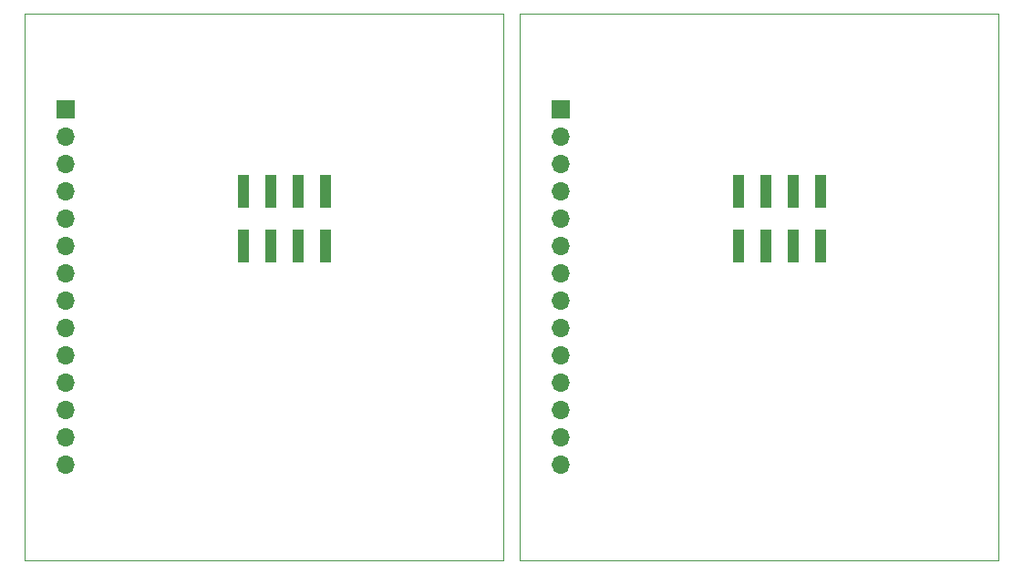
<source format=gbr>
G04 #@! TF.GenerationSoftware,KiCad,Pcbnew,5.1.5-52549c5~84~ubuntu18.04.1*
G04 #@! TF.CreationDate,2020-03-27T00:31:26+00:00*
G04 #@! TF.ProjectId,DisplayBoard,44697370-6c61-4794-926f-6172642e6b69,rev?*
G04 #@! TF.SameCoordinates,Original*
G04 #@! TF.FileFunction,Copper,L2,Bot*
G04 #@! TF.FilePolarity,Positive*
%FSLAX46Y46*%
G04 Gerber Fmt 4.6, Leading zero omitted, Abs format (unit mm)*
G04 Created by KiCad (PCBNEW 5.1.5-52549c5~84~ubuntu18.04.1) date 2020-03-27 00:31:26*
%MOMM*%
%LPD*%
G04 APERTURE LIST*
%ADD10C,0.050000*%
%ADD11R,1.000000X3.150000*%
%ADD12R,1.700000X1.700000*%
%ADD13O,1.700000X1.700000*%
G04 APERTURE END LIST*
D10*
X192024000Y-152400000D02*
X192024000Y-101600000D01*
X147574000Y-152400000D02*
X192024000Y-152400000D01*
X192024000Y-101600000D02*
X147574000Y-101600000D01*
X147574000Y-101600000D02*
X147574000Y-152400000D01*
X146050000Y-101600000D02*
X101600000Y-101600000D01*
X146050000Y-152400000D02*
X146050000Y-101600000D01*
X101600000Y-152400000D02*
X146050000Y-152400000D01*
X101600000Y-101600000D02*
X101600000Y-152400000D01*
D11*
X175514000Y-123175000D03*
X175514000Y-118125000D03*
X172974000Y-123175000D03*
X172974000Y-118125000D03*
X170434000Y-123175000D03*
X170434000Y-118125000D03*
X167894000Y-123175000D03*
X167894000Y-118125000D03*
D12*
X151384000Y-110490000D03*
D13*
X151384000Y-113030000D03*
X151384000Y-115570000D03*
X151384000Y-118110000D03*
X151384000Y-120650000D03*
X151384000Y-123190000D03*
X151384000Y-125730000D03*
X151384000Y-128270000D03*
X151384000Y-130810000D03*
X151384000Y-133350000D03*
X151384000Y-135890000D03*
X151384000Y-138430000D03*
X151384000Y-140970000D03*
X151384000Y-143510000D03*
X105410000Y-143510000D03*
X105410000Y-140970000D03*
X105410000Y-138430000D03*
X105410000Y-135890000D03*
X105410000Y-133350000D03*
X105410000Y-130810000D03*
X105410000Y-128270000D03*
X105410000Y-125730000D03*
X105410000Y-123190000D03*
X105410000Y-120650000D03*
X105410000Y-118110000D03*
X105410000Y-115570000D03*
X105410000Y-113030000D03*
D12*
X105410000Y-110490000D03*
D11*
X121920000Y-118125000D03*
X121920000Y-123175000D03*
X124460000Y-118125000D03*
X124460000Y-123175000D03*
X127000000Y-118125000D03*
X127000000Y-123175000D03*
X129540000Y-118125000D03*
X129540000Y-123175000D03*
M02*

</source>
